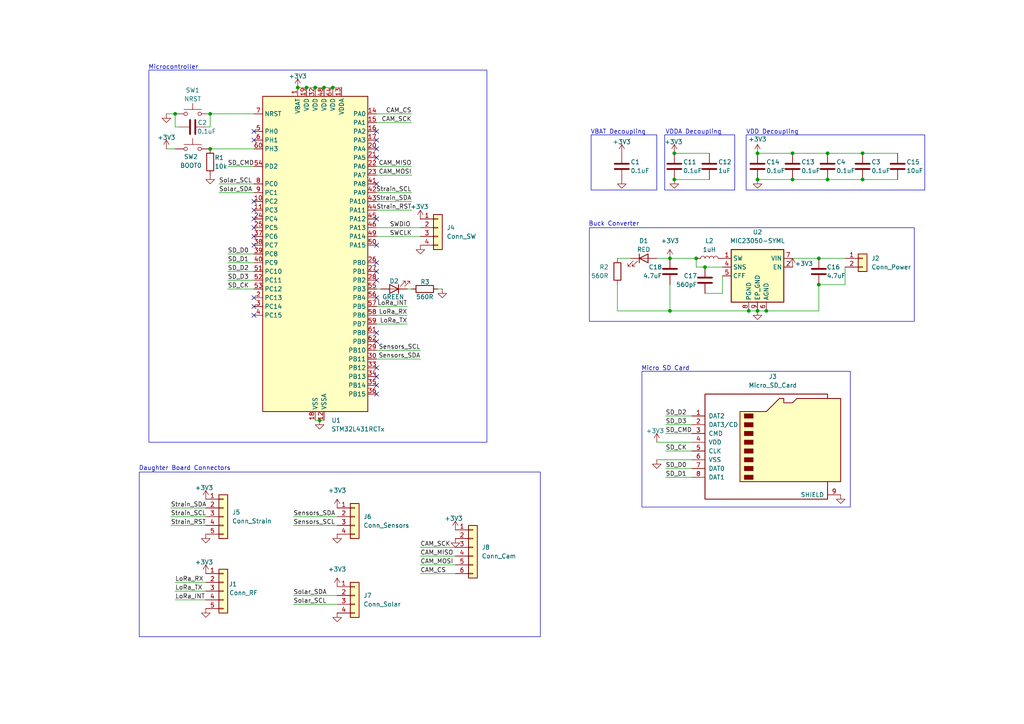
<source format=kicad_sch>
(kicad_sch (version 20250114) (generator "eeschema") (generator_version "9.0")
  (paper "A4")
  (title_block (title "Apex Motherboard") (date "2025-05-31") (rev "v1.0") (company "Ottawa Skybound") (comment 1 "Designed by Adam Turaj"))
  (lib_symbols
    (symbol "Connector:Micro_SD_Card" (pin_names (offset 1.016))
      (property "Reference" "J" (at -16.51 15.24 0))
      (property "Value" "Micro_SD_Card" (at 16.51 15.24 0))
      (symbol "Micro_SD_Card_0_1"
        (polyline (pts (xy -8.89 -11.43) (xy -8.89 8.89) (xy -1.27 8.89) (xy 2.54 12.7) (xy 3.81 12.7) (xy 3.81 11.43) (xy 6.35 11.43) (xy 7.62 12.7) (xy 20.32 12.7) (xy 20.32 -11.43) (xy -8.89 -11.43)) (stroke (width 0.254)) (fill (type background)))
        (rectangle (start -7.62 8.255) (end -5.08 6.985) (fill (type outline)))
        (rectangle (start -7.62 5.715) (end -5.08 4.445) (fill (type outline)))
        (rectangle (start -7.62 3.175) (end -5.08 1.905) (fill (type outline)))
        (rectangle (start -7.62 0.635) (end -5.08 -0.635) (fill (type outline)))
        (rectangle (start -7.62 -1.905) (end -5.08 -3.175) (fill (type outline)))
        (rectangle (start -7.62 -4.445) (end -5.08 -5.715) (fill (type outline)))
        (rectangle (start -7.62 -6.985) (end -5.08 -8.255) (fill (type outline)))
        (rectangle (start -7.62 -9.525) (end -5.08 -10.795) (fill (type outline)))
        (polyline (pts (xy 16.51 12.7) (xy 16.51 13.97) (xy -19.05 13.97) (xy -19.05 -16.51) (xy 16.51 -16.51) (xy 16.51 -11.43)) (stroke (width 0.254)))
      )
      (symbol "Micro_SD_Card_1_1"
        (pin bidirectional line (at -22.86 7.62 0) (length 3.81) (name "DAT2") (number "1"))
        (pin bidirectional line (at -22.86 5.08 0) (length 3.81) (name "DAT3/CD") (number "2"))
        (pin input line (at -22.86 2.54 0) (length 3.81) (name "CMD") (number "3"))
        (pin power_in line (at -22.86 0 0) (length 3.81) (name "VDD") (number "4"))
        (pin input line (at -22.86 -2.54 0) (length 3.81) (name "CLK") (number "5"))
        (pin power_in line (at -22.86 -5.08 0) (length 3.81) (name "VSS") (number "6"))
        (pin bidirectional line (at -22.86 -7.62 0) (length 3.81) (name "DAT0") (number "7"))
        (pin bidirectional line (at -22.86 -10.16 0) (length 3.81) (name "DAT1") (number "8"))
        (pin passive line (at 20.32 -15.24 180) (length 3.81) (name "SHIELD") (number "9"))
      )
    )
    (symbol "Connector_Generic:Conn_01x02" (pin_names (offset 1.016) (hide yes))
      (property "Reference" "J" (at 0 2.54 0))
      (property "Value" "Conn_01x02" (at 0 -5.08 0))
      (symbol "Conn_01x02_1_1"
        (rectangle (start -1.27 1.27) (end 1.27 -3.81) (stroke (width 0.254)) (fill (type background)))
        (rectangle (start -1.27 0.127) (end 0 -0.127) (stroke (width 0.1524)))
        (rectangle (start -1.27 -2.413) (end 0 -2.667) (stroke (width 0.1524)))
        (pin passive line (at -5.08 0 0) (length 3.81) (name "Pin_1") (number "1"))
        (pin passive line (at -5.08 -2.54 0) (length 3.81) (name "Pin_2") (number "2"))
      )
    )
    (symbol "Connector_Generic:Conn_01x04" (pin_names (offset 1.016) (hide yes))
      (property "Reference" "J" (at 0 5.08 0))
      (property "Value" "Conn_01x04" (at 0 -7.62 0))
      (symbol "Conn_01x04_1_1"
        (rectangle (start -1.27 3.81) (end 1.27 -6.35) (stroke (width 0.254)) (fill (type background)))
        (rectangle (start -1.27 2.667) (end 0 2.413) (stroke (width 0.1524)))
        (rectangle (start -1.27 0.127) (end 0 -0.127) (stroke (width 0.1524)))
        (rectangle (start -1.27 -2.413) (end 0 -2.667) (stroke (width 0.1524)))
        (rectangle (start -1.27 -4.953) (end 0 -5.207) (stroke (width 0.1524)))
        (pin passive line (at -5.08 2.54 0) (length 3.81) (name "Pin_1") (number "1"))
        (pin passive line (at -5.08 0 0) (length 3.81) (name "Pin_2") (number "2"))
        (pin passive line (at -5.08 -2.54 0) (length 3.81) (name "Pin_3") (number "3"))
        (pin passive line (at -5.08 -5.08 0) (length 3.81) (name "Pin_4") (number "4"))
      )
    )
    (symbol "Connector_Generic:Conn_01x05" (pin_names (offset 1.016) (hide yes))
      (property "Reference" "J" (at 0 7.62 0))
      (property "Value" "Conn_01x05" (at 0 -7.62 0))
      (symbol "Conn_01x05_1_1"
        (rectangle (start -1.27 6.35) (end 1.27 -6.35) (stroke (width 0.254)) (fill (type background)))
        (rectangle (start -1.27 5.207) (end 0 4.953) (stroke (width 0.1524)))
        (rectangle (start -1.27 2.667) (end 0 2.413) (stroke (width 0.1524)))
        (rectangle (start -1.27 0.127) (end 0 -0.127) (stroke (width 0.1524)))
        (rectangle (start -1.27 -2.413) (end 0 -2.667) (stroke (width 0.1524)))
        (rectangle (start -1.27 -4.953) (end 0 -5.207) (stroke (width 0.1524)))
        (pin passive line (at -5.08 5.08 0) (length 3.81) (name "Pin_1") (number "1"))
        (pin passive line (at -5.08 2.54 0) (length 3.81) (name "Pin_2") (number "2"))
        (pin passive line (at -5.08 0 0) (length 3.81) (name "Pin_3") (number "3"))
        (pin passive line (at -5.08 -2.54 0) (length 3.81) (name "Pin_4") (number "4"))
        (pin passive line (at -5.08 -5.08 0) (length 3.81) (name "Pin_5") (number "5"))
      )
    )
    (symbol "Connector_Generic:Conn_01x06" (pin_names (offset 1.016) (hide yes))
      (property "Reference" "J" (at 0 7.62 0))
      (property "Value" "Conn_01x06" (at 0 -10.16 0))
      (symbol "Conn_01x06_1_1"
        (rectangle (start -1.27 6.35) (end 1.27 -8.89) (stroke (width 0.254)) (fill (type background)))
        (rectangle (start -1.27 5.207) (end 0 4.953) (stroke (width 0.1524)))
        (rectangle (start -1.27 2.667) (end 0 2.413) (stroke (width 0.1524)))
        (rectangle (start -1.27 0.127) (end 0 -0.127) (stroke (width 0.1524)))
        (rectangle (start -1.27 -2.413) (end 0 -2.667) (stroke (width 0.1524)))
        (rectangle (start -1.27 -4.953) (end 0 -5.207) (stroke (width 0.1524)))
        (rectangle (start -1.27 -7.493) (end 0 -7.747) (stroke (width 0.1524)))
        (pin passive line (at -5.08 5.08 0) (length 3.81) (name "Pin_1") (number "1"))
        (pin passive line (at -5.08 2.54 0) (length 3.81) (name "Pin_2") (number "2"))
        (pin passive line (at -5.08 0 0) (length 3.81) (name "Pin_3") (number "3"))
        (pin passive line (at -5.08 -2.54 0) (length 3.81) (name "Pin_4") (number "4"))
        (pin passive line (at -5.08 -5.08 0) (length 3.81) (name "Pin_5") (number "5"))
        (pin passive line (at -5.08 -7.62 0) (length 3.81) (name "Pin_6") (number "6"))
      )
    )
    (symbol "Device:C" (pin_numbers (hide yes)) (pin_names (offset 0.254))
      (property "Reference" "C" (at 0.635 2.54 0))
      (property "Value" "C" (at 0.635 -2.54 0))
      (symbol "C_0_1"
        (polyline (pts (xy -2.032 0.762) (xy 2.032 0.762)) (stroke (width 0.508)))
        (polyline (pts (xy -2.032 -0.762) (xy 2.032 -0.762)) (stroke (width 0.508)))
      )
      (symbol "C_1_1"
        (pin passive line (at 0 3.81 270) (length 2.794) (name "~") (number "1"))
        (pin passive line (at 0 -3.81 90) (length 2.794) (name "~") (number "2"))
      )
    )
    (symbol "Device:L" (pin_numbers (hide yes)) (pin_names (offset 1.016) (hide yes))
      (property "Reference" "L" (at -1.27 0 90))
      (property "Value" "L" (at 1.905 0 90))
      (symbol "L_0_1"
        (arc (start 0 2.54) (mid 0.6323 1.905) (end 0 1.27))
        (arc (start 0 1.27) (mid 0.6323 0.635) (end 0 0))
        (arc (start 0 0) (mid 0.6323 -0.635) (end 0 -1.27))
        (arc (start 0 -1.27) (mid 0.6323 -1.905) (end 0 -2.54))
      )
      (symbol "L_1_1"
        (pin passive line (at 0 3.81 270) (length 1.27) (name "1") (number "1"))
        (pin passive line (at 0 -3.81 90) (length 1.27) (name "2") (number "2"))
      )
    )
    (symbol "Device:LED" (pin_numbers (hide yes)) (pin_names (offset 1.016) (hide yes))
      (property "Reference" "D" (at 0 2.54 0))
      (property "Value" "LED" (at 0 -2.54 0))
      (symbol "LED_0_1"
        (polyline (pts (xy -3.048 -0.762) (xy -4.572 -2.286) (xy -3.81 -2.286) (xy -4.572 -2.286) (xy -4.572 -1.524)))
        (polyline (pts (xy -1.778 -0.762) (xy -3.302 -2.286) (xy -2.54 -2.286) (xy -3.302 -2.286) (xy -3.302 -1.524)))
        (polyline (pts (xy -1.27 0) (xy 1.27 0)))
        (polyline (pts (xy -1.27 -1.27) (xy -1.27 1.27)) (stroke (width 0.254)))
        (polyline (pts (xy 1.27 -1.27) (xy 1.27 1.27) (xy -1.27 0) (xy 1.27 -1.27)) (stroke (width 0.254)))
      )
      (symbol "LED_1_1"
        (pin passive line (at -3.81 0 0) (length 2.54) (name "K") (number "1"))
        (pin passive line (at 3.81 0 180) (length 2.54) (name "A") (number "2"))
      )
    )
    (symbol "Device:R" (pin_numbers (hide yes)) (pin_names (offset 0))
      (property "Reference" "R" (at 2.032 0 90))
      (property "Value" "R" (at 0 0 90))
      (symbol "R_0_1"
        (rectangle (start -1.016 -2.54) (end 1.016 2.54) (stroke (width 0.254)))
      )
      (symbol "R_1_1"
        (pin passive line (at 0 3.81 270) (length 1.27) (name "~") (number "1"))
        (pin passive line (at 0 -3.81 90) (length 1.27) (name "~") (number "2"))
      )
    )
    (symbol "MCU_ST_STM32L4:STM32L431RCTx"
      (property "Reference" "U" (at -15.24 46.99 0))
      (property "Value" "STM32L431RCTx" (at 10.16 46.99 0))
      (symbol "STM32L431RCTx_0_1"
        (rectangle (start -15.24 -45.72) (end 15.24 45.72) (stroke (width 0.254)) (fill (type background)))
      )
      (symbol "STM32L431RCTx_1_1"
        (pin input line (at -17.78 40.64 0) (length 2.54) (name "NRST") (number "7"))
        (pin bidirectional line (at -17.78 35.56 0) (length 2.54) (name "PH0") (number "5"))
        (pin bidirectional line (at -17.78 33.02 0) (length 2.54) (name "PH1") (number "6"))
        (pin bidirectional line (at -17.78 30.48 0) (length 2.54) (name "PH3") (number "60"))
        (pin bidirectional line (at -17.78 25.4 0) (length 2.54) (name "PD2") (number "54"))
        (pin bidirectional line (at -17.78 20.32 0) (length 2.54) (name "PC0") (number "8"))
        (pin bidirectional line (at -17.78 17.78 0) (length 2.54) (name "PC1") (number "9"))
        (pin bidirectional line (at -17.78 15.24 0) (length 2.54) (name "PC2") (number "10"))
        (pin bidirectional line (at -17.78 12.7 0) (length 2.54) (name "PC3") (number "11"))
        (pin bidirectional line (at -17.78 10.16 0) (length 2.54) (name "PC4") (number "24"))
        (pin bidirectional line (at -17.78 7.62 0) (length 2.54) (name "PC5") (number "25"))
        (pin bidirectional line (at -17.78 5.08 0) (length 2.54) (name "PC6") (number "37"))
        (pin bidirectional line (at -17.78 2.54 0) (length 2.54) (name "PC7") (number "38"))
        (pin bidirectional line (at -17.78 0 0) (length 2.54) (name "PC8") (number "39"))
        (pin bidirectional line (at -17.78 -2.54 0) (length 2.54) (name "PC9") (number "40"))
        (pin bidirectional line (at -17.78 -5.08 0) (length 2.54) (name "PC10") (number "51"))
        (pin bidirectional line (at -17.78 -7.62 0) (length 2.54) (name "PC11") (number "52"))
        (pin bidirectional line (at -17.78 -10.16 0) (length 2.54) (name "PC12") (number "53"))
        (pin bidirectional line (at -17.78 -12.7 0) (length 2.54) (name "PC13") (number "2"))
        (pin bidirectional line (at -17.78 -15.24 0) (length 2.54) (name "PC14") (number "3"))
        (pin bidirectional line (at -17.78 -17.78 0) (length 2.54) (name "PC15") (number "4"))
        (pin power_in line (at -5.08 48.26 270) (length 2.54) (name "VBAT") (number "1"))
        (pin power_in line (at -2.54 48.26 270) (length 2.54) (name "VDD") (number "19"))
        (pin power_in line (at 0 48.26 270) (length 2.54) (name "VDD") (number "32"))
        (pin power_in line (at 0 -48.26 90) (length 2.54) (name "VSS") (number "18"))
        (pin passive line (at 0 -48.26 90) (length 2.54) (hide yes) (name "VSS") (number "31"))
        (pin passive line (at 0 -48.26 90) (length 2.54) (hide yes) (name "VSS") (number "47"))
        (pin passive line (at 0 -48.26 90) (length 2.54) (hide yes) (name "VSS") (number "63"))
        (pin power_in line (at 2.54 48.26 270) (length 2.54) (name "VDD") (number "48"))
        (pin power_in line (at 2.54 -48.26 90) (length 2.54) (name "VSSA") (number "12"))
        (pin power_in line (at 5.08 48.26 270) (length 2.54) (name "VDD") (number "64"))
        (pin power_in line (at 7.62 48.26 270) (length 2.54) (name "VDDA") (number "13"))
        (pin bidirectional line (at 17.78 40.64 180) (length 2.54) (name "PA0") (number "14"))
        (pin bidirectional line (at 17.78 38.1 180) (length 2.54) (name "PA1") (number "15"))
        (pin bidirectional line (at 17.78 35.56 180) (length 2.54) (name "PA2") (number "16"))
        (pin bidirectional line (at 17.78 33.02 180) (length 2.54) (name "PA3") (number "17"))
        (pin bidirectional line (at 17.78 30.48 180) (length 2.54) (name "PA4") (number "20"))
        (pin bidirectional line (at 17.78 27.94 180) (length 2.54) (name "PA5") (number "21"))
        (pin bidirectional line (at 17.78 25.4 180) (length 2.54) (name "PA6") (number "22"))
        (pin bidirectional line (at 17.78 22.86 180) (length 2.54) (name "PA7") (number "23"))
        (pin bidirectional line (at 17.78 20.32 180) (length 2.54) (name "PA8") (number "41"))
        (pin bidirectional line (at 17.78 17.78 180) (length 2.54) (name "PA9") (number "42"))
        (pin bidirectional line (at 17.78 15.24 180) (length 2.54) (name "PA10") (number "43"))
        (pin bidirectional line (at 17.78 12.7 180) (length 2.54) (name "PA11") (number "44"))
        (pin bidirectional line (at 17.78 10.16 180) (length 2.54) (name "PA12") (number "45"))
        (pin bidirectional line (at 17.78 7.62 180) (length 2.54) (name "PA13") (number "46"))
        (pin bidirectional line (at 17.78 5.08 180) (length 2.54) (name "PA14") (number "49"))
        (pin bidirectional line (at 17.78 2.54 180) (length 2.54) (name "PA15") (number "50"))
        (pin bidirectional line (at 17.78 -2.54 180) (length 2.54) (name "PB0") (number "26"))
        (pin bidirectional line (at 17.78 -5.08 180) (length 2.54) (name "PB1") (number "27"))
        (pin bidirectional line (at 17.78 -7.62 180) (length 2.54) (name "PB2") (number "28"))
        (pin bidirectional line (at 17.78 -10.16 180) (length 2.54) (name "PB3") (number "55"))
        (pin bidirectional line (at 17.78 -12.7 180) (length 2.54) (name "PB4") (number "56"))
        (pin bidirectional line (at 17.78 -15.24 180) (length 2.54) (name "PB5") (number "57"))
        (pin bidirectional line (at 17.78 -17.78 180) (length 2.54) (name "PB6") (number "58"))
        (pin bidirectional line (at 17.78 -20.32 180) (length 2.54) (name "PB7") (number "59"))
        (pin bidirectional line (at 17.78 -22.86 180) (length 2.54) (name "PB8") (number "61"))
        (pin bidirectional line (at 17.78 -25.4 180) (length 2.54) (name "PB9") (number "62"))
        (pin bidirectional line (at 17.78 -27.94 180) (length 2.54) (name "PB10") (number "29"))
        (pin bidirectional line (at 17.78 -30.48 180) (length 2.54) (name "PB11") (number "30"))
        (pin bidirectional line (at 17.78 -33.02 180) (length 2.54) (name "PB12") (number "33"))
        (pin bidirectional line (at 17.78 -35.56 180) (length 2.54) (name "PB13") (number "34"))
        (pin bidirectional line (at 17.78 -38.1 180) (length 2.54) (name "PB14") (number "35"))
        (pin bidirectional line (at 17.78 -40.64 180) (length 2.54) (name "PB15") (number "36"))
      )
    )
    (symbol "Regulator_Switching:MIC23050-SYML"
      (property "Reference" "U" (at -7.62 12.7 0))
      (property "Value" "MIC23050-SYML" (at -7.62 10.16 0))
      (symbol "MIC23050-SYML_0_0"
        (pin power_in line (at 0 -10.16 90) (length 2.54) (name "EP_GND") (number "9"))
      )
      (symbol "MIC23050-SYML_1_1"
        (rectangle (start -7.62 7.62) (end 7.62 -7.62) (stroke (width 0.3048)) (fill (type background)))
        (pin power_in line (at -10.16 5.08 0) (length 2.54) (name "VIN") (number "7"))
        (pin input line (at -10.16 2.54 0) (length 2.54) (name "EN") (number "2"))
        (pin no_connect line (at -7.62 0 0) (length 2.54) (hide yes) (name "NC") (number "3"))
        (pin power_in line (at -2.54 -10.16 90) (length 2.54) (name "AGND") (number "6"))
        (pin power_in line (at 2.54 -10.16 90) (length 2.54) (name "PGND") (number "8"))
        (pin output line (at 10.16 5.08 180) (length 2.54) (name "SW") (number "1"))
        (pin input line (at 10.16 2.54 180) (length 2.54) (name "SNS") (number "4"))
        (pin output line (at 10.16 0 180) (length 2.54) (name "CFF") (number "5"))
      )
    )
    (symbol "Switch:SW_Push" (pin_numbers (hide yes)) (pin_names (offset 1.016) (hide yes))
      (property "Reference" "SW" (at 1.27 2.54 0))
      (property "Value" "SW_Push" (at 0 -1.524 0))
      (symbol "SW_Push_0_1"
        (circle (center -2.032 0) (radius 0.508))
        (polyline (pts (xy 0 1.27) (xy 0 3.048)))
        (circle (center 2.032 0) (radius 0.508))
        (polyline (pts (xy 2.54 1.27) (xy -2.54 1.27)))
        (pin passive line (at -5.08 0 0) (length 2.54) (name "1") (number "1"))
        (pin passive line (at 5.08 0 180) (length 2.54) (name "2") (number "2"))
      )
    )
    (symbol "power:+3V3" (power) (pin_numbers (hide yes)) (pin_names (offset 0) (hide yes))
      (property "Value" "+3V3" (at 0 3.556 0))
      (symbol "+3V3_0_1"
        (polyline (pts (xy -0.762 1.27) (xy 0 2.54)))
        (polyline (pts (xy 0 2.54) (xy 0.762 1.27)))
        (polyline (pts (xy 0 0) (xy 0 2.54)))
      )
      (symbol "+3V3_1_1"
        (pin power_in line (at 0 0 90) (length 0) (name "~") (number "1"))
      )
    )
    (symbol "power:GND" (power) (pin_numbers (hide yes)) (pin_names (offset 0) (hide yes))
      (property "Value" "GND" (at 0 -3.81 0))
      (symbol "GND_0_1"
        (polyline (pts (xy 0 0) (xy 0 -1.27) (xy 1.27 -1.27) (xy 0 -2.54) (xy -1.27 -1.27) (xy 0 -1.27)))
      )
      (symbol "GND_1_1"
        (pin power_in line (at 0 0 270) (length 0) (name "~") (number "1"))
      )
    )
  )
  (rectangle (start 40.386 136.906) (end 156.718 184.658))
  (rectangle (start 171.45 39.116) (end 190.5 55.118))
  (rectangle (start 216.408 39.116) (end 268.224 55.118))
  (rectangle (start 43.18 20.32) (end 141.224 128.27))
  (rectangle (start 186.182 107.696) (end 246.634 147.066))
  (rectangle (start 170.942 66.04) (end 265.176 93.218))
  (rectangle (start 192.786 39.116) (end 213.106 55.118))
  (text "Daughter Board Connectors" (at 53.594 135.89 0) (effects (font (size 1.27 1.27))))
  (text "Micro SD Card" (at 193.04 106.934 0) (effects (font (size 1.27 1.27))))
  (text "VBAT Decoupling" (at 179.324 38.354 0) (effects (font (size 1.27 1.27))))
  (text "VDD Decoupling" (at 224.028 38.354 0) (effects (font (size 1.27 1.27))))
  (text "Buck Converter" (at 178.054 65.024 0) (effects (font (size 1.27 1.27))))
  (text "VDDA Decoupling" (at 201.168 38.354 0) (effects (font (size 1.27 1.27))))
  (text "Microcontroller" (at 50.292 19.558 0) (effects (font (size 1.27 1.27))))
  (junction (at 240.03 44.45))
  (junction (at 91.44 25.4))
  (junction (at 195.58 52.07))
  (junction (at 204.47 77.47))
  (junction (at 219.71 52.07))
  (junction (at 86.36 25.4))
  (junction (at 222.25 90.17))
  (junction (at 194.31 90.17))
  (junction (at 195.58 44.45))
  (junction (at 92.71 121.92))
  (junction (at 96.52 25.4))
  (junction (at 217.17 90.17))
  (junction (at 60.96 43.18))
  (junction (at 237.49 82.55))
  (junction (at 93.98 25.4))
  (junction (at 237.49 74.93))
  (junction (at 229.87 44.45))
  (junction (at 240.03 52.07))
  (junction (at 250.19 52.07))
  (junction (at 219.71 44.45))
  (junction (at 229.87 52.07))
  (junction (at 219.71 90.17))
  (junction (at 201.93 74.93))
  (junction (at 88.9 25.4))
  (junction (at 60.96 33.02))
  (junction (at 50.8 33.02))
  (junction (at 194.31 74.93))
  (junction (at 250.19 44.45))
  (no_connect (at 109.22 81.28))
  (no_connect (at 73.66 38.1))
  (no_connect (at 73.66 60.96))
  (no_connect (at 73.66 86.36))
  (no_connect (at 109.22 53.34))
  (no_connect (at 73.66 68.58))
  (no_connect (at 73.66 66.04))
  (no_connect (at 109.22 76.2))
  (no_connect (at 109.22 43.18))
  (no_connect (at 109.22 109.22))
  (no_connect (at 109.22 40.64))
  (no_connect (at 73.66 71.12))
  (no_connect (at 109.22 111.76))
  (no_connect (at 109.22 78.74))
  (no_connect (at 73.66 40.64))
  (no_connect (at 73.66 88.9))
  (no_connect (at 109.22 99.06))
  (no_connect (at 109.22 63.5))
  (no_connect (at 109.22 86.36))
  (no_connect (at 109.22 96.52))
  (no_connect (at 73.66 91.44))
  (no_connect (at 109.22 114.3))
  (no_connect (at 109.22 71.12))
  (no_connect (at 109.22 38.1))
  (no_connect (at 73.66 58.42))
  (no_connect (at 73.66 63.5))
  (no_connect (at 109.22 106.68))
  (no_connect (at 109.22 45.72))
  (wire (pts (xy 91.44 25.4) (xy 93.98 25.4)))
  (wire (pts (xy 118.11 93.98) (xy 109.22 93.98)))
  (wire (pts (xy 85.09 172.72) (xy 97.79 172.72)))
  (wire (pts (xy 109.22 66.04) (xy 121.92 66.04)))
  (wire (pts (xy 60.96 43.18) (xy 73.66 43.18)))
  (wire (pts (xy 50.8 36.83) (xy 50.8 33.02)))
  (wire (pts (xy 50.8 171.45) (xy 59.69 171.45)))
  (wire (pts (xy 109.22 101.6) (xy 121.92 101.6)))
  (wire (pts (xy 219.71 90.17) (xy 222.25 90.17)))
  (wire (pts (xy 217.17 90.17) (xy 219.71 90.17)))
  (wire (pts (xy 118.11 83.82) (xy 119.38 83.82)))
  (wire (pts (xy 121.92 104.14) (xy 109.22 104.14)))
  (wire (pts (xy 119.38 35.56) (xy 109.22 35.56)))
  (wire (pts (xy 86.36 25.4) (xy 88.9 25.4)))
  (wire (pts (xy 73.66 81.28) (xy 66.04 81.28)))
  (wire (pts (xy 194.31 82.55) (xy 194.31 90.17)))
  (wire (pts (xy 109.22 68.58) (xy 121.92 68.58)))
  (wire (pts (xy 127 83.82) (xy 128.27 83.82)))
  (wire (pts (xy 250.19 44.45) (xy 260.35 44.45)))
  (wire (pts (xy 121.92 163.83) (xy 132.08 163.83)))
  (wire (pts (xy 179.07 82.55) (xy 179.07 90.17)))
  (wire (pts (xy 201.93 77.47) (xy 201.93 74.93)))
  (wire (pts (xy 240.03 44.45) (xy 250.19 44.45)))
  (wire (pts (xy 219.71 44.45) (xy 229.87 44.45)))
  (wire (pts (xy 96.52 25.4) (xy 99.06 25.4)))
  (wire (pts (xy 60.96 33.02) (xy 73.66 33.02)))
  (wire (pts (xy 109.22 83.82) (xy 110.49 83.82)))
  (wire (pts (xy 194.31 74.93) (xy 201.93 74.93)))
  (wire (pts (xy 59.69 36.83) (xy 60.96 36.83)))
  (wire (pts (xy 52.07 36.83) (xy 50.8 36.83)))
  (wire (pts (xy 48.26 43.18) (xy 50.8 43.18)))
  (wire (pts (xy 237.49 82.55) (xy 237.49 90.17)))
  (wire (pts (xy 200.66 120.65) (xy 193.04 120.65)))
  (wire (pts (xy 204.47 77.47) (xy 201.93 77.47)))
  (wire (pts (xy 50.8 173.99) (xy 59.69 173.99)))
  (wire (pts (xy 48.26 33.02) (xy 50.8 33.02)))
  (wire (pts (xy 195.58 44.45) (xy 205.74 44.45)))
  (wire (pts (xy 73.66 48.26) (xy 66.04 48.26)))
  (wire (pts (xy 219.71 52.07) (xy 229.87 52.07)))
  (wire (pts (xy 85.09 149.86) (xy 97.79 149.86)))
  (wire (pts (xy 204.47 85.09) (xy 209.55 85.09)))
  (wire (pts (xy 97.79 152.4) (xy 85.09 152.4)))
  (wire (pts (xy 179.07 74.93) (xy 182.88 74.93)))
  (wire (pts (xy 63.5 55.88) (xy 73.66 55.88)))
  (wire (pts (xy 109.22 58.42) (xy 119.38 58.42)))
  (wire (pts (xy 204.47 77.47) (xy 209.55 77.47)))
  (wire (pts (xy 245.11 82.55) (xy 245.11 77.47)))
  (wire (pts (xy 88.9 25.4) (xy 91.44 25.4)))
  (wire (pts (xy 121.92 158.75) (xy 132.08 158.75)))
  (wire (pts (xy 50.8 168.91) (xy 59.69 168.91)))
  (wire (pts (xy 179.07 90.17) (xy 194.31 90.17)))
  (wire (pts (xy 194.31 90.17) (xy 217.17 90.17)))
  (wire (pts (xy 200.66 135.89) (xy 193.04 135.89)))
  (wire (pts (xy 121.92 166.37) (xy 132.08 166.37)))
  (wire (pts (xy 200.66 123.19) (xy 193.04 123.19)))
  (wire (pts (xy 195.58 52.07) (xy 205.74 52.07)))
  (wire (pts (xy 91.44 121.92) (xy 92.71 121.92)))
  (wire (pts (xy 59.69 147.32) (xy 49.53 147.32)))
  (wire (pts (xy 229.87 74.93) (xy 237.49 74.93)))
  (wire (pts (xy 190.5 133.35) (xy 200.66 133.35)))
  (wire (pts (xy 237.49 82.55) (xy 245.11 82.55)))
  (wire (pts (xy 209.55 85.09) (xy 209.55 80.01)))
  (wire (pts (xy 73.66 73.66) (xy 66.04 73.66)))
  (wire (pts (xy 250.19 52.07) (xy 260.35 52.07)))
  (wire (pts (xy 121.92 161.29) (xy 132.08 161.29)))
  (wire (pts (xy 229.87 52.07) (xy 240.03 52.07)))
  (wire (pts (xy 119.38 50.8) (xy 109.22 50.8)))
  (wire (pts (xy 229.87 44.45) (xy 240.03 44.45)))
  (wire (pts (xy 73.66 53.34) (xy 63.5 53.34)))
  (wire (pts (xy 119.38 48.26) (xy 109.22 48.26)))
  (wire (pts (xy 73.66 78.74) (xy 66.04 78.74)))
  (wire (pts (xy 190.5 74.93) (xy 194.31 74.93)))
  (wire (pts (xy 109.22 60.96) (xy 119.38 60.96)))
  (wire (pts (xy 200.66 125.73) (xy 193.04 125.73)))
  (wire (pts (xy 59.69 152.4) (xy 49.53 152.4)))
  (wire (pts (xy 92.71 121.92) (xy 93.98 121.92)))
  (wire (pts (xy 200.66 130.81) (xy 193.04 130.81)))
  (wire (pts (xy 97.79 175.26) (xy 85.09 175.26)))
  (wire (pts (xy 59.69 149.86) (xy 49.53 149.86)))
  (wire (pts (xy 240.03 52.07) (xy 250.19 52.07)))
  (wire (pts (xy 190.5 128.27) (xy 200.66 128.27)))
  (wire (pts (xy 73.66 76.2) (xy 66.04 76.2)))
  (wire (pts (xy 237.49 90.17) (xy 222.25 90.17)))
  (wire (pts (xy 119.38 33.02) (xy 109.22 33.02)))
  (wire (pts (xy 118.11 91.44) (xy 109.22 91.44)))
  (wire (pts (xy 73.66 83.82) (xy 66.04 83.82)))
  (wire (pts (xy 118.11 88.9) (xy 109.22 88.9)))
  (wire (pts (xy 200.66 138.43) (xy 193.04 138.43)))
  (wire (pts (xy 237.49 74.93) (xy 245.11 74.93)))
  (wire (pts (xy 109.22 55.88) (xy 119.38 55.88)))
  (wire (pts (xy 60.96 36.83) (xy 60.96 33.02)))
  (wire (pts (xy 93.98 25.4) (xy 96.52 25.4)))
  (label "SD_D1" (at 193.04 138.43 0))
  (label "LoRa_TX" (at 50.8 171.45 0))
  (label "SD_D2" (at 66.04 78.74 0))
  (label "SD_CK" (at 66.04 83.82 0))
  (label "SD_CMD" (at 193.04 125.73 0))
  (label "SD_CMD" (at 66.04 48.26 0))
  (label "SD_D0" (at 193.04 135.89 0))
  (label "CAM_CS" (at 119.38 33.02 180))
  (label "LoRa_RX" (at 50.8 168.91 0))
  (label "SD_D3" (at 193.04 123.19 0))
  (label "Strain_RST" (at 49.53 152.4 0))
  (label "Sensors_SCL" (at 85.09 152.4 0))
  (label "Strain_RST" (at 119.38 60.96 180))
  (label "Solar_SDA" (at 85.09 172.72 0))
  (label "LoRa_INT" (at 50.8 173.99 0))
  (label "Sensors_SDA" (at 85.09 149.86 0))
  (label "CAM_SCK" (at 121.92 158.75 0))
  (label "SWDIO" (at 113.03 66.04 0))
  (label "LoRa_RX" (at 118.11 91.44 180))
  (label "CAM_CS" (at 121.92 166.37 0))
  (label "SD_D3" (at 66.04 81.28 0))
  (label "SD_D0" (at 66.04 73.66 0))
  (label "CAM_SCK" (at 119.38 35.56 180))
  (label "Strain_SCL" (at 49.53 149.86 0))
  (label "Sensors_SDA" (at 121.92 104.14 180))
  (label "Sensors_SCL" (at 121.92 101.6 180))
  (label "Strain_SCL" (at 119.38 55.88 180))
  (label "SWCLK" (at 113.03 68.58 0))
  (label "CAM_MOSI" (at 119.38 50.8 180))
  (label "Solar_SCL" (at 63.5 53.34 0))
  (label "SD_D2" (at 193.04 120.65 0))
  (label "Solar_SDA" (at 63.5 55.88 0))
  (label "Strain_SDA" (at 49.53 147.32 0))
  (label "CAM_MISO" (at 119.38 48.26 180))
  (label "CAM_MISO" (at 121.92 161.29 0))
  (label "LoRa_INT" (at 118.11 88.9 180))
  (label "LoRa_TX" (at 118.11 93.98 180))
  (label "SD_D1" (at 66.04 76.2 0))
  (label "Solar_SCL" (at 85.09 175.26 0))
  (label "Strain_SDA" (at 119.38 58.42 180))
  (label "SD_CK" (at 193.04 130.81 0))
  (label "CAM_MOSI" (at 121.92 163.83 0))
  (symbol (lib_id "power:GND") (at 243.84 143.51 0) (unit 1)
    (property "Reference" "#PWR020" (effects (hide yes)))
    (property "Value" "GND" (effects (hide yes)))
    (property "Description" "Power symbol creates a global label with name \"GND\" , ground" (effects (hide yes)))
  )
  (symbol (lib_id "MCU_ST_STM32L4:STM32L431RCTx") (at 91.44 73.66 0) (unit 1)
    (property "Reference" "U1" (at 96.1233 121.92 0) (effects (justify left)))
    (property "Value" "STM32L431RCTx" (at 96.1233 124.46 0) (effects (justify left)))
    (property "Footprint" "Package_QFP:LQFP-64_10x10mm_P0.5mm" (effects (hide yes)))
    (property "Datasheet" "https://www.st.com/resource/en/datasheet/stm32l431rc.pdf" (effects (hide yes)))
    (property "Description" "STMicroelectronics Arm Cortex-M4 MCU, 256KB flash, 64KB RAM, 80 MHz, 1.71-3.6V, 52 GPIO, LQFP64" (effects (hide yes)))
  )
  (symbol (lib_id "power:GND") (at 92.71 121.92 0) (unit 1)
    (property "Reference" "#PWR03" (effects (hide yes)))
    (property "Value" "GND" (effects (hide yes)))
    (property "Description" "Power symbol creates a global label with name \"GND\" , ground" (effects (hide yes)))
  )
  (symbol (lib_id "power:GND") (at 132.08 156.21 0) (unit 1)
    (property "Reference" "#PWR022" (effects (hide yes)))
    (property "Value" "GND" (effects (hide yes)))
    (property "Description" "Power symbol creates a global label with name \"GND\" , ground" (effects (hide yes)))
  )
  (symbol (lib_id "power:GND") (at 190.5 133.35 0) (unit 1)
    (property "Reference" "#PWR019" (effects (hide yes)))
    (property "Value" "GND" (effects (hide yes)))
    (property "Description" "Power symbol creates a global label with name \"GND\" , ground" (effects (hide yes)))
  )
  (symbol (lib_id "Device:C") (at 237.49 78.74 0) (mirror y) (unit 1)
    (property "Reference" "C16" (at 239.776 77.47 0) (effects (justify right)))
    (property "Value" "4.7uF" (at 239.776 80.01 0) (effects (justify right)))
    (property "Footprint" "Capacitor_SMD:C_0402_1005Metric" (effects (hide yes)))
    (property "Description" "Unpolarized capacitor" (effects (hide yes)))
  )
  (symbol (lib_id "Device:C") (at 240.03 48.26 0) (unit 1)
    (property "Reference" "C4" (at 242.57 46.99 0) (effects (justify left)))
    (property "Value" "0.1uF" (at 242.57 49.53 0) (effects (justify left)))
    (property "Footprint" "Capacitor_SMD:C_0402_1005Metric" (effects (hide yes)))
    (property "Description" "Unpolarized capacitor" (effects (hide yes)))
  )
  (symbol (lib_id "power:GND") (at 60.96 50.8 0) (unit 1)
    (property "Reference" "#PWR06" (effects (hide yes)))
    (property "Value" "GND" (effects (hide yes)))
    (property "Description" "Power symbol creates a global label with name \"GND\" , ground" (effects (hide yes)))
  )
  (symbol (lib_id "Device:R") (at 179.07 78.74 0) (unit 1)
    (property "Reference" "R2" (at 176.53 77.4699 0) (effects (justify right)))
    (property "Value" "560R" (at 176.53 80.0099 0) (effects (justify right)))
    (property "Footprint" "Resistor_SMD:R_0402_1005Metric" (effects (hide yes)))
    (property "Description" "Resistor" (effects (hide yes)))
  )
  (symbol (lib_id "Device:C") (at 205.74 48.26 0) (mirror y) (unit 1)
    (property "Reference" "C12" (at 208.28 46.99 0) (effects (justify right)))
    (property "Value" "1uF" (at 208.28 49.53 0) (effects (justify right)))
    (property "Footprint" "Capacitor_SMD:C_0402_1005Metric" (effects (hide yes)))
  )
  (symbol (lib_id "Switch:SW_Push") (at 55.88 43.18 0) (unit 1)
    (property "Reference" "SW2" (at 55.372 45.466 0))
    (property "Value" "BOOT0" (at 55.372 48.006 0))
    (property "Footprint" "Button_Switch_SMD:SW_Push_SMD_6mm" (effects (hide yes)))
    (property "Description" "Push button switch, generic, two pins" (effects (hide yes)))
    (property "MPN" "PTS645SK43SMTR92 LFS" (effects (hide yes)))
  )
  (symbol (lib_id "power:+3V3") (at 194.31 74.93 0) (unit 1)
    (property "Reference" "#PWR016" (effects (hide yes)))
    (property "Value" "+3V3" (at 194.31 69.85 0))
    (property "Description" "Power symbol creates a global label with name \"+3V3\"" (effects (hide yes)))
  )
  (symbol (lib_id "power:GND") (at 121.92 71.12 0) (unit 1)
    (property "Reference" "#PWR011" (effects (hide yes)))
    (property "Value" "GND" (effects (hide yes)))
    (property "Description" "Power symbol creates a global label with name \"GND\" , ground" (effects (hide yes)))
  )
  (symbol (lib_id "power:+3V3") (at 86.36 25.4 0) (unit 1)
    (property "Reference" "#PWR04" (effects (hide yes)))
    (property "Value" "+3V3" (at 86.36 22.098 0))
    (property "Description" "Power symbol creates a global label with name \"+3V3\"" (effects (hide yes)))
  )
  (symbol (lib_id "power:+3V3") (at 219.71 44.45 0) (unit 1)
    (property "Reference" "#PWR01" (effects (hide yes)))
    (property "Value" "+3V3" (at 219.71 40.386 0))
    (property "Description" "Power symbol creates a global label with name \"+3V3\"" (effects (hide yes)))
  )
  (symbol (lib_id "power:+3V3") (at 48.26 43.18 0) (unit 1)
    (property "Reference" "#PWR07" (effects (hide yes)))
    (property "Value" "+3V3" (at 48.26 39.878 0))
    (property "Description" "Power symbol creates a global label with name \"+3V3\"" (effects (hide yes)))
  )
  (symbol (lib_id "Device:C") (at 219.71 48.26 0) (unit 1)
    (property "Reference" "C14" (at 222.25 46.99 0) (effects (justify left)))
    (property "Value" "0.1uF" (at 222.25 49.53 0) (effects (justify left)))
    (property "Footprint" "Capacitor_SMD:C_0402_1005Metric" (effects (hide yes)))
    (property "Description" "Unpolarized capacitor" (effects (hide yes)))
  )
  (symbol (lib_id "power:+3V3") (at 59.69 144.78 0) (unit 1)
    (property "Reference" "#PWR026" (effects (hide yes)))
    (property "Value" "+3V3" (at 59.182 141.478 0))
    (property "Description" "Power symbol creates a global label with name \"+3V3\"" (effects (hide yes)))
  )
  (symbol (lib_id "power:+3V3") (at 121.92 63.5 0) (unit 1)
    (property "Reference" "#PWR015" (effects (hide yes)))
    (property "Value" "+3V3" (at 121.666 59.944 0))
    (property "Description" "Power symbol creates a global label with name \"+3V3\"" (effects (hide yes)))
  )
  (symbol (lib_id "Connector:Micro_SD_Card") (at 223.52 128.27 0) (unit 1)
    (property "Reference" "J3" (at 224.155 109.22 0))
    (property "Value" "Micro_SD_Card" (at 224.155 111.76 0))
    (property "Footprint" "extras:CONN9_MSD-1_CUD" (effects (hide yes)))
    (property "Datasheet" "https://www.we-online.com/components/products/datasheet/693072010801.pdf" (effects (hide yes)))
    (property "Description" "Micro SD Card Socket" (effects (hide yes)))
  )
  (symbol (lib_id "Device:C") (at 204.47 81.28 0) (unit 1)
    (property "Reference" "C17" (at 202.184 80.01 0) (effects (justify right)))
    (property "Value" "560pF" (at 202.184 82.55 0) (effects (justify right)))
    (property "Footprint" "Capacitor_SMD:C_0402_1005Metric" (effects (hide yes)))
    (property "Description" "Unpolarized capacitor" (effects (hide yes)))
  )
  (symbol (lib_id "Device:R") (at 123.19 83.82 90) (unit 1)
    (property "Reference" "R3" (at 121.92 81.788 90) (effects (justify right)))
    (property "Value" "560R" (at 120.65 86.106 90) (effects (justify right)))
    (property "Footprint" "Resistor_SMD:R_0402_1005Metric" (effects (hide yes)))
    (property "Description" "Resistor" (effects (hide yes)))
  )
  (symbol (lib_id "Connector_Generic:Conn_01x05") (at 64.77 149.86 0) (unit 1)
    (property "Reference" "J5" (at 67.31 148.5899 0) (effects (justify left)))
    (property "Value" "Conn_Strain" (at 67.31 151.1299 0) (effects (justify left)))
    (property "Footprint" "Connector_JST:JST_XH_B5B-XH-A_1x05_P2.50mm_Vertical" (effects (hide yes)))
    (property "Description" "Generic connector, single row, 01x05, script generated (kicad-library-utils/schlib/autogen/connector/)" (effects (hide yes)))
  )
  (symbol (lib_id "Device:LED") (at 186.69 74.93 0) (unit 1)
    (property "Reference" "D1" (at 186.69 69.85 0))
    (property "Value" "RED" (at 186.69 72.39 0))
    (property "Footprint" "LED_SMD:LED_0603_1608Metric" (effects (hide yes)))
    (property "Description" "Light emitting diode" (effects (hide yes)))
    (property "Sim.Pins" "1=K 2=A" (effects (hide yes)))
    (property "MPN" "150060RS75000" (effects (hide yes)))
  )
  (symbol (lib_id "power:+3V3") (at 180.34 44.45 0) (unit 1)
    (property "Reference" "#PWR012" (effects (hide yes)))
    (property "Value" "+3V3" (at 180.34 41.148 0))
    (property "Description" "Power symbol creates a global label with name \"+3V3\"" (effects (hide yes)))
  )
  (symbol (lib_id "power:GND") (at 97.79 177.8 0) (unit 1)
    (property "Reference" "#PWR028" (effects (hide yes)))
    (property "Value" "GND" (effects (hide yes)))
    (property "Description" "Power symbol creates a global label with name \"GND\" , ground" (effects (hide yes)))
  )
  (symbol (lib_id "Connector_Generic:Conn_01x02") (at 250.19 74.93 0) (unit 1)
    (property "Reference" "J2" (at 252.73 74.9299 0) (effects (justify left)))
    (property "Value" "Conn_Power" (at 252.73 77.4699 0) (effects (justify left)))
    (property "Footprint" "Connector_JST:JST_XH_B2B-XH-A_1x02_P2.50mm_Vertical" (effects (hide yes)))
    (property "Description" "Generic connector, single row, 01x02, script generated (kicad-library-utils/schlib/autogen/connector/)" (effects (hide yes)))
  )
  (symbol (lib_id "power:GND") (at 48.26 33.02 0) (unit 1)
    (property "Reference" "#PWR05" (effects (hide yes)))
    (property "Value" "GND" (effects (hide yes)))
    (property "Description" "Power symbol creates a global label with name \"GND\" , ground" (effects (hide yes)))
  )
  (symbol (lib_id "power:+3V3") (at 132.08 153.67 0) (unit 1)
    (property "Reference" "#PWR021" (effects (hide yes)))
    (property "Value" "+3V3" (at 131.572 150.368 0))
    (property "Description" "Power symbol creates a global label with name \"+3V3\"" (effects (hide yes)))
  )
  (symbol (lib_id "Device:C") (at 250.19 48.26 0) (unit 1)
    (property "Reference" "C3" (at 252.73 46.99 0) (effects (justify left)))
    (property "Value" "0.1uF" (at 252.73 49.53 0) (effects (justify left)))
    (property "Footprint" "Capacitor_SMD:C_0402_1005Metric" (effects (hide yes)))
    (property "Description" "Unpolarized capacitor" (effects (hide yes)))
  )
  (symbol (lib_id "Device:L") (at 205.74 74.93 90) (unit 1)
    (property "Reference" "L2" (at 205.74 69.85 90))
    (property "Value" "1uH" (at 205.74 72.39 90))
    (property "Footprint" "Inductor_SMD:L_0402_1005Metric" (effects (hide yes)))
    (property "Description" "Inductor" (effects (hide yes)))
  )
  (symbol (lib_id "power:+3V3") (at 97.79 147.32 0) (unit 1)
    (property "Reference" "#PWR023" (effects (hide yes)))
    (property "Value" "+3V3" (at 97.79 142.24 0))
    (property "Description" "Power symbol creates a global label with name \"+3V3\"" (effects (hide yes)))
  )
  (symbol (lib_id "Device:R") (at 60.96 46.99 0) (unit 1)
    (property "Reference" "R1" (at 62.23 45.72 0) (effects (justify left)))
    (property "Value" "10k" (at 62.23 48.26 0) (effects (justify left)))
    (property "Footprint" "Resistor_SMD:R_0402_1005Metric" (effects (hide yes)))
    (property "Description" "Resistor" (effects (hide yes)))
  )
  (symbol (lib_id "Device:C") (at 55.88 36.83 90) (unit 1)
    (property "Reference" "C2" (at 58.674 35.56 90))
    (property "Value" "0.1uF" (at 59.944 38.1 90))
    (property "Footprint" "Capacitor_SMD:C_0402_1005Metric" (effects (hide yes)))
    (property "Description" "Unpolarized capacitor" (effects (hide yes)))
  )
  (symbol (lib_id "power:+3V3") (at 229.87 77.47 0) (unit 1)
    (property "Reference" "#PWR029" (effects (hide yes)))
    (property "Value" "+3V3" (at 233.172 76.454 0))
    (property "Description" "Power symbol creates a global label with name \"+3V3\"" (effects (hide yes)))
  )
  (symbol (lib_id "Device:C") (at 194.31 78.74 0) (unit 1)
    (property "Reference" "C18" (at 192.024 77.47 0) (effects (justify right)))
    (property "Value" "4.7uF" (at 192.024 80.01 0) (effects (justify right)))
    (property "Footprint" "Capacitor_SMD:C_0402_1005Metric" (effects (hide yes)))
    (property "Description" "Unpolarized capacitor" (effects (hide yes)))
  )
  (symbol (lib_id "Switch:SW_Push") (at 55.88 33.02 0) (unit 1)
    (property "Reference" "SW1" (at 55.88 26.162 0))
    (property "Value" "NRST" (at 55.88 28.702 0))
    (property "Footprint" "Button_Switch_SMD:SW_Push_SMD_6mm" (effects (hide yes)))
    (property "Description" "Push button switch, generic, two pins" (effects (hide yes)))
    (property "MPN" "PTS645SK43SMTR92 LFS" (effects (hide yes)))
  )
  (symbol (lib_id "Connector_Generic:Conn_01x04") (at 102.87 149.86 0) (unit 1)
    (property "Reference" "J6" (at 105.41 149.8599 0) (effects (justify left)))
    (property "Value" "Conn_Sensors" (at 105.41 152.3999 0) (effects (justify left)))
    (property "Footprint" "Connector_JST:JST_XH_B4B-XH-A_1x04_P2.50mm_Vertical" (effects (hide yes)))
    (property "Description" "Generic connector, single row, 01x04, script generated (kicad-library-utils/schlib/autogen/connector/)" (effects (hide yes)))
  )
  (symbol (lib_id "power:+3V3") (at 97.79 170.18 0) (unit 1)
    (property "Reference" "#PWR027" (effects (hide yes)))
    (property "Value" "+3V3" (at 97.79 165.1 0))
    (property "Description" "Power symbol creates a global label with name \"+3V3\"" (effects (hide yes)))
  )
  (symbol (lib_id "Device:C") (at 260.35 48.26 0) (unit 1)
    (property "Reference" "C15" (at 262.89 46.99 0) (effects (justify left)))
    (property "Value" "10uF" (at 262.89 49.53 0) (effects (justify left)))
    (property "Footprint" "Capacitor_SMD:C_0402_1005Metric" (effects (hide yes)))
    (property "Description" "Unpolarized capacitor" (effects (hide yes)))
  )
  (symbol (lib_id "power:GND") (at 128.27 83.82 0) (unit 1)
    (property "Reference" "#PWR030" (effects (hide yes)))
    (property "Value" "GND" (effects (hide yes)))
    (property "Description" "Power symbol creates a global label with name \"GND\" , ground" (effects (hide yes)))
  )
  (symbol (lib_id "Connector_Generic:Conn_01x05") (at 64.77 171.45 0) (unit 1)
    (property "Reference" "J1" (at 67.564 169.418 0))
    (property "Value" "Conn_RF" (at 70.612 171.958 0))
    (property "Footprint" "Connector_JST:JST_XH_B5B-XH-A_1x05_P2.50mm_Vertical" (effects (hide yes)))
    (property "Description" "Generic connector, single row, 01x05, script generated (kicad-library-utils/schlib/autogen/connector/)" (effects (hide yes)))
  )
  (symbol (lib_id "Regulator_Switching:MIC23050-SYML") (at 219.71 80.01 0) (mirror y) (unit 1)
    (property "Reference" "U2" (at 219.71 67.31 0))
    (property "Value" "MIC23050-SYML" (at 219.71 69.85 0))
    (property "Footprint" "Package_DFN_QFN:Micrel_MLF-8-1EP_2x2mm_P0.5mm_EP0.6x1.2mm_ThermalVias" (effects (hide yes)))
    (property "Datasheet" "http://ww1.microchip.com/downloads/en/DeviceDoc/mic23050.pdf" (effects (hide yes)))
    (property "Description" "4MHz PWM Buck Regulator with HyperLight Load Switching Scheme, 3.3V Fixed Output Voltage" (effects (hide yes)))
  )
  (symbol (lib_id "power:GND") (at 219.71 90.17 0) (unit 1)
    (property "Reference" "#PWR017" (effects (hide yes)))
    (property "Value" "GND" (effects (hide yes)))
    (property "Description" "Power symbol creates a global label with name \"GND\" , ground" (effects (hide yes)))
  )
  (symbol (lib_id "power:GND") (at 219.71 52.07 0) (unit 1)
    (property "Reference" "#PWR02" (effects (hide yes)))
    (property "Value" "GND" (effects (hide yes)))
    (property "Description" "Power symbol creates a global label with name \"GND\" , ground" (effects (hide yes)))
  )
  (symbol (lib_id "power:GND") (at 195.58 52.07 0) (unit 1)
    (property "Reference" "#PWR014" (effects (hide yes)))
    (property "Value" "GND" (effects (hide yes)))
    (property "Description" "Power symbol creates a global label with name \"GND\" , ground" (effects (hide yes)))
  )
  (symbol (lib_id "Connector_Generic:Conn_01x04") (at 102.87 172.72 0) (unit 1)
    (property "Reference" "J7" (at 105.41 172.7199 0) (effects (justify left)))
    (property "Value" "Conn_Solar" (at 105.41 175.2599 0) (effects (justify left)))
    (property "Footprint" "Connector_JST:JST_XH_B4B-XH-A_1x04_P2.50mm_Vertical" (effects (hide yes)))
    (property "Description" "Generic connector, single row, 01x04, script generated (kicad-library-utils/schlib/autogen/connector/)" (effects (hide yes)))
  )
  (symbol (lib_id "power:+3V3") (at 190.5 128.27 0) (unit 1)
    (property "Reference" "#PWR018" (effects (hide yes)))
    (property "Value" "+3V3" (at 189.992 124.968 0))
    (property "Description" "Power symbol creates a global label with name \"+3V3\"" (effects (hide yes)))
  )
  (symbol (lib_id "power:GND") (at 59.69 154.94 0) (unit 1)
    (property "Reference" "#PWR025" (effects (hide yes)))
    (property "Value" "GND" (effects (hide yes)))
    (property "Description" "Power symbol creates a global label with name \"GND\" , ground" (effects (hide yes)))
  )
  (symbol (lib_id "Device:C") (at 195.58 48.26 0) (mirror y) (unit 1)
    (property "Reference" "C11" (at 198.12 46.99 0) (effects (justify right)))
    (property "Value" "0.1uF" (at 198.12 49.53 0) (effects (justify right)))
    (property "Footprint" "Capacitor_SMD:C_0402_1005Metric" (effects (hide yes)))
  )
  (symbol (lib_id "Device:C") (at 180.34 48.26 0) (mirror y) (unit 1)
    (property "Reference" "C1" (at 182.88 46.99 0) (effects (justify right)))
    (property "Value" "0.1uF" (at 182.88 49.53 0) (effects (justify right)))
    (property "Footprint" "Capacitor_SMD:C_0402_1005Metric" (effects (hide yes)))
  )
  (symbol (lib_id "power:GND") (at 180.34 52.07 0) (unit 1)
    (property "Reference" "#PWR013" (effects (hide yes)))
    (property "Value" "GND" (effects (hide yes)))
    (property "Description" "Power symbol creates a global label with name \"GND\" , ground" (effects (hide yes)))
  )
  (symbol (lib_id "power:GND") (at 59.69 176.53 0) (unit 1)
    (property "Reference" "#PWR010" (effects (hide yes)))
    (property "Value" "GND" (effects (hide yes)))
    (property "Description" "Power symbol creates a global label with name \"GND\" , ground" (effects (hide yes)))
  )
  (symbol (lib_id "Connector_Generic:Conn_01x06") (at 137.16 158.75 0) (unit 1)
    (property "Reference" "J8" (at 139.7 158.7499 0) (effects (justify left)))
    (property "Value" "Conn_Cam" (at 139.7 161.2899 0) (effects (justify left)))
    (property "Footprint" "Connector_JST:JST_XH_B6B-XH-A_1x06_P2.50mm_Vertical" (effects (hide yes)))
    (property "Description" "Generic connector, single row, 01x06, script generated (kicad-library-utils/schlib/autogen/connector/)" (effects (hide yes)))
  )
  (symbol (lib_id "Device:LED") (at 114.3 83.82 180) (unit 1)
    (property "Reference" "D2" (at 114.3 81.534 0))
    (property "Value" "GREEN" (at 114.046 86.106 0))
    (property "Footprint" "LED_SMD:LED_0603_1608Metric" (effects (hide yes)))
    (property "Description" "Light emitting diode" (effects (hide yes)))
    (property "Sim.Pins" "1=K 2=A" (effects (hide yes)))
    (property "MPN" "LTST-C190GKT " (effects (hide yes)))
  )
  (symbol (lib_id "power:+3V3") (at 59.69 166.37 0) (unit 1)
    (property "Reference" "#PWR08" (effects (hide yes)))
    (property "Value" "+3V3" (at 59.182 163.068 0))
    (property "Description" "Power symbol creates a global label with name \"+3V3\"" (effects (hide yes)))
  )
  (symbol (lib_id "Device:C") (at 229.87 48.26 0) (unit 1)
    (property "Reference" "C13" (at 232.41 46.99 0) (effects (justify left)))
    (property "Value" "0.1uF" (at 232.41 49.53 0) (effects (justify left)))
    (property "Footprint" "Capacitor_SMD:C_0402_1005Metric" (effects (hide yes)))
    (property "Description" "Unpolarized capacitor" (effects (hide yes)))
  )
  (symbol (lib_id "Connector_Generic:Conn_01x04") (at 127 66.04 0) (unit 1)
    (property "Reference" "J4" (at 129.54 66.0399 0) (effects (justify left)))
    (property "Value" "Conn_SW" (at 129.54 68.5799 0) (effects (justify left)))
    (property "Footprint" "Connector_PinHeader_2.54mm:PinHeader_1x04_P2.54mm_Vertical" (effects (hide yes)))
    (property "Description" "Generic connector, single row, 01x04, script generated (kicad-library-utils/schlib/autogen/connector/)" (effects (hide yes)))
  )
  (symbol (lib_id "power:GND") (at 97.79 154.94 0) (unit 1)
    (property "Reference" "#PWR024" (effects (hide yes)))
    (property "Value" "GND" (effects (hide yes)))
    (property "Description" "Power symbol creates a global label with name \"GND\" , ground" (effects (hide yes)))
  )
  (symbol (lib_id "power:+3V3") (at 195.58 44.45 0) (unit 1)
    (property "Reference" "#PWR09" (effects (hide yes)))
    (property "Value" "+3V3" (at 195.326 41.148 0))
    (property "Description" "Power symbol creates a global label with name \"+3V3\"" (effects (hide yes)))
  )
)
</source>
